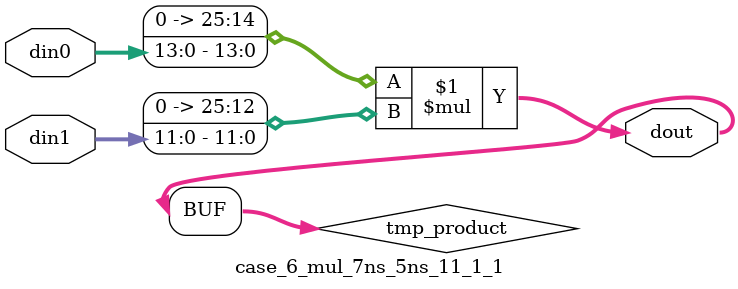
<source format=v>

`timescale 1 ns / 1 ps

 (* use_dsp = "no" *)  module case_6_mul_7ns_5ns_11_1_1(din0, din1, dout);
parameter ID = 1;
parameter NUM_STAGE = 0;
parameter din0_WIDTH = 14;
parameter din1_WIDTH = 12;
parameter dout_WIDTH = 26;

input [din0_WIDTH - 1 : 0] din0; 
input [din1_WIDTH - 1 : 0] din1; 
output [dout_WIDTH - 1 : 0] dout;

wire signed [dout_WIDTH - 1 : 0] tmp_product;
























assign tmp_product = $signed({1'b0, din0}) * $signed({1'b0, din1});











assign dout = tmp_product;





















endmodule

</source>
